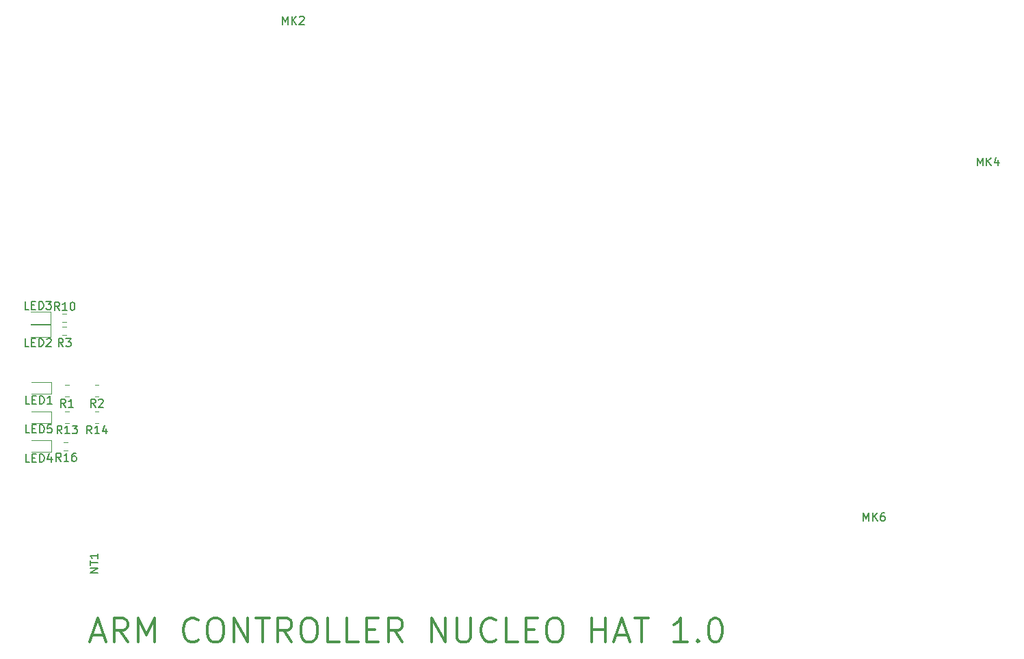
<source format=gto>
G04 #@! TF.GenerationSoftware,KiCad,Pcbnew,(6.0.1)*
G04 #@! TF.CreationDate,2022-01-30T21:26:31+01:00*
G04 #@! TF.ProjectId,ARM_NUCLEO_HAT_1.0,41524d5f-4e55-4434-9c45-4f5f4841545f,rev?*
G04 #@! TF.SameCoordinates,Original*
G04 #@! TF.FileFunction,Legend,Top*
G04 #@! TF.FilePolarity,Positive*
%FSLAX46Y46*%
G04 Gerber Fmt 4.6, Leading zero omitted, Abs format (unit mm)*
G04 Created by KiCad (PCBNEW (6.0.1)) date 2022-01-30 21:26:31*
%MOMM*%
%LPD*%
G01*
G04 APERTURE LIST*
%ADD10C,0.300000*%
%ADD11C,0.150000*%
%ADD12C,0.120000*%
G04 APERTURE END LIST*
D10*
X129000000Y-183000000D02*
X130428571Y-183000000D01*
X128714285Y-183857142D02*
X129714285Y-180857142D01*
X130714285Y-183857142D01*
X133428571Y-183857142D02*
X132428571Y-182428571D01*
X131714285Y-183857142D02*
X131714285Y-180857142D01*
X132857142Y-180857142D01*
X133142857Y-181000000D01*
X133285714Y-181142857D01*
X133428571Y-181428571D01*
X133428571Y-181857142D01*
X133285714Y-182142857D01*
X133142857Y-182285714D01*
X132857142Y-182428571D01*
X131714285Y-182428571D01*
X134714285Y-183857142D02*
X134714285Y-180857142D01*
X135714285Y-183000000D01*
X136714285Y-180857142D01*
X136714285Y-183857142D01*
X142142857Y-183571428D02*
X142000000Y-183714285D01*
X141571428Y-183857142D01*
X141285714Y-183857142D01*
X140857142Y-183714285D01*
X140571428Y-183428571D01*
X140428571Y-183142857D01*
X140285714Y-182571428D01*
X140285714Y-182142857D01*
X140428571Y-181571428D01*
X140571428Y-181285714D01*
X140857142Y-181000000D01*
X141285714Y-180857142D01*
X141571428Y-180857142D01*
X142000000Y-181000000D01*
X142142857Y-181142857D01*
X144000000Y-180857142D02*
X144571428Y-180857142D01*
X144857142Y-181000000D01*
X145142857Y-181285714D01*
X145285714Y-181857142D01*
X145285714Y-182857142D01*
X145142857Y-183428571D01*
X144857142Y-183714285D01*
X144571428Y-183857142D01*
X144000000Y-183857142D01*
X143714285Y-183714285D01*
X143428571Y-183428571D01*
X143285714Y-182857142D01*
X143285714Y-181857142D01*
X143428571Y-181285714D01*
X143714285Y-181000000D01*
X144000000Y-180857142D01*
X146571428Y-183857142D02*
X146571428Y-180857142D01*
X148285714Y-183857142D01*
X148285714Y-180857142D01*
X149285714Y-180857142D02*
X151000000Y-180857142D01*
X150142857Y-183857142D02*
X150142857Y-180857142D01*
X153714285Y-183857142D02*
X152714285Y-182428571D01*
X152000000Y-183857142D02*
X152000000Y-180857142D01*
X153142857Y-180857142D01*
X153428571Y-181000000D01*
X153571428Y-181142857D01*
X153714285Y-181428571D01*
X153714285Y-181857142D01*
X153571428Y-182142857D01*
X153428571Y-182285714D01*
X153142857Y-182428571D01*
X152000000Y-182428571D01*
X155571428Y-180857142D02*
X156142857Y-180857142D01*
X156428571Y-181000000D01*
X156714285Y-181285714D01*
X156857142Y-181857142D01*
X156857142Y-182857142D01*
X156714285Y-183428571D01*
X156428571Y-183714285D01*
X156142857Y-183857142D01*
X155571428Y-183857142D01*
X155285714Y-183714285D01*
X155000000Y-183428571D01*
X154857142Y-182857142D01*
X154857142Y-181857142D01*
X155000000Y-181285714D01*
X155285714Y-181000000D01*
X155571428Y-180857142D01*
X159571428Y-183857142D02*
X158142857Y-183857142D01*
X158142857Y-180857142D01*
X162000000Y-183857142D02*
X160571428Y-183857142D01*
X160571428Y-180857142D01*
X163000000Y-182285714D02*
X164000000Y-182285714D01*
X164428571Y-183857142D02*
X163000000Y-183857142D01*
X163000000Y-180857142D01*
X164428571Y-180857142D01*
X167428571Y-183857142D02*
X166428571Y-182428571D01*
X165714285Y-183857142D02*
X165714285Y-180857142D01*
X166857142Y-180857142D01*
X167142857Y-181000000D01*
X167285714Y-181142857D01*
X167428571Y-181428571D01*
X167428571Y-181857142D01*
X167285714Y-182142857D01*
X167142857Y-182285714D01*
X166857142Y-182428571D01*
X165714285Y-182428571D01*
X171000000Y-183857142D02*
X171000000Y-180857142D01*
X172714285Y-183857142D01*
X172714285Y-180857142D01*
X174142857Y-180857142D02*
X174142857Y-183285714D01*
X174285714Y-183571428D01*
X174428571Y-183714285D01*
X174714285Y-183857142D01*
X175285714Y-183857142D01*
X175571428Y-183714285D01*
X175714285Y-183571428D01*
X175857142Y-183285714D01*
X175857142Y-180857142D01*
X179000000Y-183571428D02*
X178857142Y-183714285D01*
X178428571Y-183857142D01*
X178142857Y-183857142D01*
X177714285Y-183714285D01*
X177428571Y-183428571D01*
X177285714Y-183142857D01*
X177142857Y-182571428D01*
X177142857Y-182142857D01*
X177285714Y-181571428D01*
X177428571Y-181285714D01*
X177714285Y-181000000D01*
X178142857Y-180857142D01*
X178428571Y-180857142D01*
X178857142Y-181000000D01*
X179000000Y-181142857D01*
X181714285Y-183857142D02*
X180285714Y-183857142D01*
X180285714Y-180857142D01*
X182714285Y-182285714D02*
X183714285Y-182285714D01*
X184142857Y-183857142D02*
X182714285Y-183857142D01*
X182714285Y-180857142D01*
X184142857Y-180857142D01*
X186000000Y-180857142D02*
X186571428Y-180857142D01*
X186857142Y-181000000D01*
X187142857Y-181285714D01*
X187285714Y-181857142D01*
X187285714Y-182857142D01*
X187142857Y-183428571D01*
X186857142Y-183714285D01*
X186571428Y-183857142D01*
X186000000Y-183857142D01*
X185714285Y-183714285D01*
X185428571Y-183428571D01*
X185285714Y-182857142D01*
X185285714Y-181857142D01*
X185428571Y-181285714D01*
X185714285Y-181000000D01*
X186000000Y-180857142D01*
X190857142Y-183857142D02*
X190857142Y-180857142D01*
X190857142Y-182285714D02*
X192571428Y-182285714D01*
X192571428Y-183857142D02*
X192571428Y-180857142D01*
X193857142Y-183000000D02*
X195285714Y-183000000D01*
X193571428Y-183857142D02*
X194571428Y-180857142D01*
X195571428Y-183857142D01*
X196142857Y-180857142D02*
X197857142Y-180857142D01*
X197000000Y-183857142D02*
X197000000Y-180857142D01*
X202714285Y-183857142D02*
X201000000Y-183857142D01*
X201857142Y-183857142D02*
X201857142Y-180857142D01*
X201571428Y-181285714D01*
X201285714Y-181571428D01*
X201000000Y-181714285D01*
X204000000Y-183571428D02*
X204142857Y-183714285D01*
X204000000Y-183857142D01*
X203857142Y-183714285D01*
X204000000Y-183571428D01*
X204000000Y-183857142D01*
X206000000Y-180857142D02*
X206285714Y-180857142D01*
X206571428Y-181000000D01*
X206714285Y-181142857D01*
X206857142Y-181428571D01*
X207000000Y-182000000D01*
X207000000Y-182714285D01*
X206857142Y-183285714D01*
X206714285Y-183571428D01*
X206571428Y-183714285D01*
X206285714Y-183857142D01*
X206000000Y-183857142D01*
X205714285Y-183714285D01*
X205571428Y-183571428D01*
X205428571Y-183285714D01*
X205285714Y-182714285D01*
X205285714Y-182000000D01*
X205428571Y-181428571D01*
X205571428Y-181142857D01*
X205714285Y-181000000D01*
X206000000Y-180857142D01*
D11*
X125157142Y-161452380D02*
X124823809Y-160976190D01*
X124585714Y-161452380D02*
X124585714Y-160452380D01*
X124966666Y-160452380D01*
X125061904Y-160500000D01*
X125109523Y-160547619D01*
X125157142Y-160642857D01*
X125157142Y-160785714D01*
X125109523Y-160880952D01*
X125061904Y-160928571D01*
X124966666Y-160976190D01*
X124585714Y-160976190D01*
X126109523Y-161452380D02*
X125538095Y-161452380D01*
X125823809Y-161452380D02*
X125823809Y-160452380D01*
X125728571Y-160595238D01*
X125633333Y-160690476D01*
X125538095Y-160738095D01*
X126966666Y-160452380D02*
X126776190Y-160452380D01*
X126680952Y-160500000D01*
X126633333Y-160547619D01*
X126538095Y-160690476D01*
X126490476Y-160880952D01*
X126490476Y-161261904D01*
X126538095Y-161357142D01*
X126585714Y-161404761D01*
X126680952Y-161452380D01*
X126871428Y-161452380D01*
X126966666Y-161404761D01*
X127014285Y-161357142D01*
X127061904Y-161261904D01*
X127061904Y-161023809D01*
X127014285Y-160928571D01*
X126966666Y-160880952D01*
X126871428Y-160833333D01*
X126680952Y-160833333D01*
X126585714Y-160880952D01*
X126538095Y-160928571D01*
X126490476Y-161023809D01*
X125433333Y-147252380D02*
X125100000Y-146776190D01*
X124861904Y-147252380D02*
X124861904Y-146252380D01*
X125242857Y-146252380D01*
X125338095Y-146300000D01*
X125385714Y-146347619D01*
X125433333Y-146442857D01*
X125433333Y-146585714D01*
X125385714Y-146680952D01*
X125338095Y-146728571D01*
X125242857Y-146776190D01*
X124861904Y-146776190D01*
X125766666Y-146252380D02*
X126385714Y-146252380D01*
X126052380Y-146633333D01*
X126195238Y-146633333D01*
X126290476Y-146680952D01*
X126338095Y-146728571D01*
X126385714Y-146823809D01*
X126385714Y-147061904D01*
X126338095Y-147157142D01*
X126290476Y-147204761D01*
X126195238Y-147252380D01*
X125909523Y-147252380D01*
X125814285Y-147204761D01*
X125766666Y-147157142D01*
X125733333Y-154752380D02*
X125400000Y-154276190D01*
X125161904Y-154752380D02*
X125161904Y-153752380D01*
X125542857Y-153752380D01*
X125638095Y-153800000D01*
X125685714Y-153847619D01*
X125733333Y-153942857D01*
X125733333Y-154085714D01*
X125685714Y-154180952D01*
X125638095Y-154228571D01*
X125542857Y-154276190D01*
X125161904Y-154276190D01*
X126685714Y-154752380D02*
X126114285Y-154752380D01*
X126400000Y-154752380D02*
X126400000Y-153752380D01*
X126304761Y-153895238D01*
X126209523Y-153990476D01*
X126114285Y-154038095D01*
X125257142Y-158052380D02*
X124923809Y-157576190D01*
X124685714Y-158052380D02*
X124685714Y-157052380D01*
X125066666Y-157052380D01*
X125161904Y-157100000D01*
X125209523Y-157147619D01*
X125257142Y-157242857D01*
X125257142Y-157385714D01*
X125209523Y-157480952D01*
X125161904Y-157528571D01*
X125066666Y-157576190D01*
X124685714Y-157576190D01*
X126209523Y-158052380D02*
X125638095Y-158052380D01*
X125923809Y-158052380D02*
X125923809Y-157052380D01*
X125828571Y-157195238D01*
X125733333Y-157290476D01*
X125638095Y-157338095D01*
X126542857Y-157052380D02*
X127161904Y-157052380D01*
X126828571Y-157433333D01*
X126971428Y-157433333D01*
X127066666Y-157480952D01*
X127114285Y-157528571D01*
X127161904Y-157623809D01*
X127161904Y-157861904D01*
X127114285Y-157957142D01*
X127066666Y-158004761D01*
X126971428Y-158052380D01*
X126685714Y-158052380D01*
X126590476Y-158004761D01*
X126542857Y-157957142D01*
X129433333Y-154752380D02*
X129100000Y-154276190D01*
X128861904Y-154752380D02*
X128861904Y-153752380D01*
X129242857Y-153752380D01*
X129338095Y-153800000D01*
X129385714Y-153847619D01*
X129433333Y-153942857D01*
X129433333Y-154085714D01*
X129385714Y-154180952D01*
X129338095Y-154228571D01*
X129242857Y-154276190D01*
X128861904Y-154276190D01*
X129814285Y-153847619D02*
X129861904Y-153800000D01*
X129957142Y-153752380D01*
X130195238Y-153752380D01*
X130290476Y-153800000D01*
X130338095Y-153847619D01*
X130385714Y-153942857D01*
X130385714Y-154038095D01*
X130338095Y-154180952D01*
X129766666Y-154752380D01*
X130385714Y-154752380D01*
X121180952Y-147252380D02*
X120704761Y-147252380D01*
X120704761Y-146252380D01*
X121514285Y-146728571D02*
X121847619Y-146728571D01*
X121990476Y-147252380D02*
X121514285Y-147252380D01*
X121514285Y-146252380D01*
X121990476Y-146252380D01*
X122419047Y-147252380D02*
X122419047Y-146252380D01*
X122657142Y-146252380D01*
X122800000Y-146300000D01*
X122895238Y-146395238D01*
X122942857Y-146490476D01*
X122990476Y-146680952D01*
X122990476Y-146823809D01*
X122942857Y-147014285D01*
X122895238Y-147109523D01*
X122800000Y-147204761D01*
X122657142Y-147252380D01*
X122419047Y-147252380D01*
X123371428Y-146347619D02*
X123419047Y-146300000D01*
X123514285Y-146252380D01*
X123752380Y-146252380D01*
X123847619Y-146300000D01*
X123895238Y-146347619D01*
X123942857Y-146442857D01*
X123942857Y-146538095D01*
X123895238Y-146680952D01*
X123323809Y-147252380D01*
X123942857Y-147252380D01*
X238590476Y-124852380D02*
X238590476Y-123852380D01*
X238923809Y-124566666D01*
X239257142Y-123852380D01*
X239257142Y-124852380D01*
X239733333Y-124852380D02*
X239733333Y-123852380D01*
X240304761Y-124852380D02*
X239876190Y-124280952D01*
X240304761Y-123852380D02*
X239733333Y-124423809D01*
X241161904Y-124185714D02*
X241161904Y-124852380D01*
X240923809Y-123804761D02*
X240685714Y-124519047D01*
X241304761Y-124519047D01*
X128957142Y-158052380D02*
X128623809Y-157576190D01*
X128385714Y-158052380D02*
X128385714Y-157052380D01*
X128766666Y-157052380D01*
X128861904Y-157100000D01*
X128909523Y-157147619D01*
X128957142Y-157242857D01*
X128957142Y-157385714D01*
X128909523Y-157480952D01*
X128861904Y-157528571D01*
X128766666Y-157576190D01*
X128385714Y-157576190D01*
X129909523Y-158052380D02*
X129338095Y-158052380D01*
X129623809Y-158052380D02*
X129623809Y-157052380D01*
X129528571Y-157195238D01*
X129433333Y-157290476D01*
X129338095Y-157338095D01*
X130766666Y-157385714D02*
X130766666Y-158052380D01*
X130528571Y-157004761D02*
X130290476Y-157719047D01*
X130909523Y-157719047D01*
X121280952Y-157952380D02*
X120804761Y-157952380D01*
X120804761Y-156952380D01*
X121614285Y-157428571D02*
X121947619Y-157428571D01*
X122090476Y-157952380D02*
X121614285Y-157952380D01*
X121614285Y-156952380D01*
X122090476Y-156952380D01*
X122519047Y-157952380D02*
X122519047Y-156952380D01*
X122757142Y-156952380D01*
X122900000Y-157000000D01*
X122995238Y-157095238D01*
X123042857Y-157190476D01*
X123090476Y-157380952D01*
X123090476Y-157523809D01*
X123042857Y-157714285D01*
X122995238Y-157809523D01*
X122900000Y-157904761D01*
X122757142Y-157952380D01*
X122519047Y-157952380D01*
X123995238Y-156952380D02*
X123519047Y-156952380D01*
X123471428Y-157428571D01*
X123519047Y-157380952D01*
X123614285Y-157333333D01*
X123852380Y-157333333D01*
X123947619Y-157380952D01*
X123995238Y-157428571D01*
X124042857Y-157523809D01*
X124042857Y-157761904D01*
X123995238Y-157857142D01*
X123947619Y-157904761D01*
X123852380Y-157952380D01*
X123614285Y-157952380D01*
X123519047Y-157904761D01*
X123471428Y-157857142D01*
X121180952Y-142652380D02*
X120704761Y-142652380D01*
X120704761Y-141652380D01*
X121514285Y-142128571D02*
X121847619Y-142128571D01*
X121990476Y-142652380D02*
X121514285Y-142652380D01*
X121514285Y-141652380D01*
X121990476Y-141652380D01*
X122419047Y-142652380D02*
X122419047Y-141652380D01*
X122657142Y-141652380D01*
X122800000Y-141700000D01*
X122895238Y-141795238D01*
X122942857Y-141890476D01*
X122990476Y-142080952D01*
X122990476Y-142223809D01*
X122942857Y-142414285D01*
X122895238Y-142509523D01*
X122800000Y-142604761D01*
X122657142Y-142652380D01*
X122419047Y-142652380D01*
X123323809Y-141652380D02*
X123942857Y-141652380D01*
X123609523Y-142033333D01*
X123752380Y-142033333D01*
X123847619Y-142080952D01*
X123895238Y-142128571D01*
X123942857Y-142223809D01*
X123942857Y-142461904D01*
X123895238Y-142557142D01*
X123847619Y-142604761D01*
X123752380Y-142652380D01*
X123466666Y-142652380D01*
X123371428Y-142604761D01*
X123323809Y-142557142D01*
X121280952Y-154352380D02*
X120804761Y-154352380D01*
X120804761Y-153352380D01*
X121614285Y-153828571D02*
X121947619Y-153828571D01*
X122090476Y-154352380D02*
X121614285Y-154352380D01*
X121614285Y-153352380D01*
X122090476Y-153352380D01*
X122519047Y-154352380D02*
X122519047Y-153352380D01*
X122757142Y-153352380D01*
X122900000Y-153400000D01*
X122995238Y-153495238D01*
X123042857Y-153590476D01*
X123090476Y-153780952D01*
X123090476Y-153923809D01*
X123042857Y-154114285D01*
X122995238Y-154209523D01*
X122900000Y-154304761D01*
X122757142Y-154352380D01*
X122519047Y-154352380D01*
X124042857Y-154352380D02*
X123471428Y-154352380D01*
X123757142Y-154352380D02*
X123757142Y-153352380D01*
X123661904Y-153495238D01*
X123566666Y-153590476D01*
X123471428Y-153638095D01*
X152590476Y-107352380D02*
X152590476Y-106352380D01*
X152923809Y-107066666D01*
X153257142Y-106352380D01*
X153257142Y-107352380D01*
X153733333Y-107352380D02*
X153733333Y-106352380D01*
X154304761Y-107352380D02*
X153876190Y-106780952D01*
X154304761Y-106352380D02*
X153733333Y-106923809D01*
X154685714Y-106447619D02*
X154733333Y-106400000D01*
X154828571Y-106352380D01*
X155066666Y-106352380D01*
X155161904Y-106400000D01*
X155209523Y-106447619D01*
X155257142Y-106542857D01*
X155257142Y-106638095D01*
X155209523Y-106780952D01*
X154638095Y-107352380D01*
X155257142Y-107352380D01*
X129752380Y-175242857D02*
X128752380Y-175242857D01*
X129752380Y-174671428D01*
X128752380Y-174671428D01*
X128752380Y-174338095D02*
X128752380Y-173766666D01*
X129752380Y-174052380D02*
X128752380Y-174052380D01*
X129752380Y-172909523D02*
X129752380Y-173480952D01*
X129752380Y-173195238D02*
X128752380Y-173195238D01*
X128895238Y-173290476D01*
X128990476Y-173385714D01*
X129038095Y-173480952D01*
X124957142Y-142752380D02*
X124623809Y-142276190D01*
X124385714Y-142752380D02*
X124385714Y-141752380D01*
X124766666Y-141752380D01*
X124861904Y-141800000D01*
X124909523Y-141847619D01*
X124957142Y-141942857D01*
X124957142Y-142085714D01*
X124909523Y-142180952D01*
X124861904Y-142228571D01*
X124766666Y-142276190D01*
X124385714Y-142276190D01*
X125909523Y-142752380D02*
X125338095Y-142752380D01*
X125623809Y-142752380D02*
X125623809Y-141752380D01*
X125528571Y-141895238D01*
X125433333Y-141990476D01*
X125338095Y-142038095D01*
X126528571Y-141752380D02*
X126623809Y-141752380D01*
X126719047Y-141800000D01*
X126766666Y-141847619D01*
X126814285Y-141942857D01*
X126861904Y-142133333D01*
X126861904Y-142371428D01*
X126814285Y-142561904D01*
X126766666Y-142657142D01*
X126719047Y-142704761D01*
X126623809Y-142752380D01*
X126528571Y-142752380D01*
X126433333Y-142704761D01*
X126385714Y-142657142D01*
X126338095Y-142561904D01*
X126290476Y-142371428D01*
X126290476Y-142133333D01*
X126338095Y-141942857D01*
X126385714Y-141847619D01*
X126433333Y-141800000D01*
X126528571Y-141752380D01*
X121280952Y-161552380D02*
X120804761Y-161552380D01*
X120804761Y-160552380D01*
X121614285Y-161028571D02*
X121947619Y-161028571D01*
X122090476Y-161552380D02*
X121614285Y-161552380D01*
X121614285Y-160552380D01*
X122090476Y-160552380D01*
X122519047Y-161552380D02*
X122519047Y-160552380D01*
X122757142Y-160552380D01*
X122900000Y-160600000D01*
X122995238Y-160695238D01*
X123042857Y-160790476D01*
X123090476Y-160980952D01*
X123090476Y-161123809D01*
X123042857Y-161314285D01*
X122995238Y-161409523D01*
X122900000Y-161504761D01*
X122757142Y-161552380D01*
X122519047Y-161552380D01*
X123947619Y-160885714D02*
X123947619Y-161552380D01*
X123709523Y-160504761D02*
X123471428Y-161219047D01*
X124090476Y-161219047D01*
X224490476Y-168852380D02*
X224490476Y-167852380D01*
X224823809Y-168566666D01*
X225157142Y-167852380D01*
X225157142Y-168852380D01*
X225633333Y-168852380D02*
X225633333Y-167852380D01*
X226204761Y-168852380D02*
X225776190Y-168280952D01*
X226204761Y-167852380D02*
X225633333Y-168423809D01*
X227061904Y-167852380D02*
X226871428Y-167852380D01*
X226776190Y-167900000D01*
X226728571Y-167947619D01*
X226633333Y-168090476D01*
X226585714Y-168280952D01*
X226585714Y-168661904D01*
X226633333Y-168757142D01*
X226680952Y-168804761D01*
X226776190Y-168852380D01*
X226966666Y-168852380D01*
X227061904Y-168804761D01*
X227109523Y-168757142D01*
X227157142Y-168661904D01*
X227157142Y-168423809D01*
X227109523Y-168328571D01*
X227061904Y-168280952D01*
X226966666Y-168233333D01*
X226776190Y-168233333D01*
X226680952Y-168280952D01*
X226633333Y-168328571D01*
X226585714Y-168423809D01*
D12*
X125445276Y-159077500D02*
X125954724Y-159077500D01*
X125445276Y-160122500D02*
X125954724Y-160122500D01*
X125345276Y-144777500D02*
X125854724Y-144777500D01*
X125345276Y-145822500D02*
X125854724Y-145822500D01*
X126127064Y-153435000D02*
X125672936Y-153435000D01*
X126127064Y-151965000D02*
X125672936Y-151965000D01*
X126127064Y-155265000D02*
X125672936Y-155265000D01*
X126127064Y-156735000D02*
X125672936Y-156735000D01*
X129827064Y-153435000D02*
X129372936Y-153435000D01*
X129827064Y-151965000D02*
X129372936Y-151965000D01*
X121400000Y-146035000D02*
X123860000Y-146035000D01*
X123860000Y-144565000D02*
X121400000Y-144565000D01*
X123860000Y-146035000D02*
X123860000Y-144565000D01*
X129827064Y-155265000D02*
X129372936Y-155265000D01*
X129827064Y-156735000D02*
X129372936Y-156735000D01*
X123960000Y-156735000D02*
X123960000Y-155265000D01*
X121500000Y-156735000D02*
X123960000Y-156735000D01*
X123960000Y-155265000D02*
X121500000Y-155265000D01*
X121400000Y-144435000D02*
X123860000Y-144435000D01*
X123860000Y-142965000D02*
X121400000Y-142965000D01*
X123860000Y-144435000D02*
X123860000Y-142965000D01*
X121500000Y-153135000D02*
X123960000Y-153135000D01*
X123960000Y-153135000D02*
X123960000Y-151665000D01*
X123960000Y-151665000D02*
X121500000Y-151665000D01*
X125345276Y-143177500D02*
X125854724Y-143177500D01*
X125345276Y-144222500D02*
X125854724Y-144222500D01*
X121500000Y-160335000D02*
X123960000Y-160335000D01*
X123960000Y-160335000D02*
X123960000Y-158865000D01*
X123960000Y-158865000D02*
X121500000Y-158865000D01*
M02*

</source>
